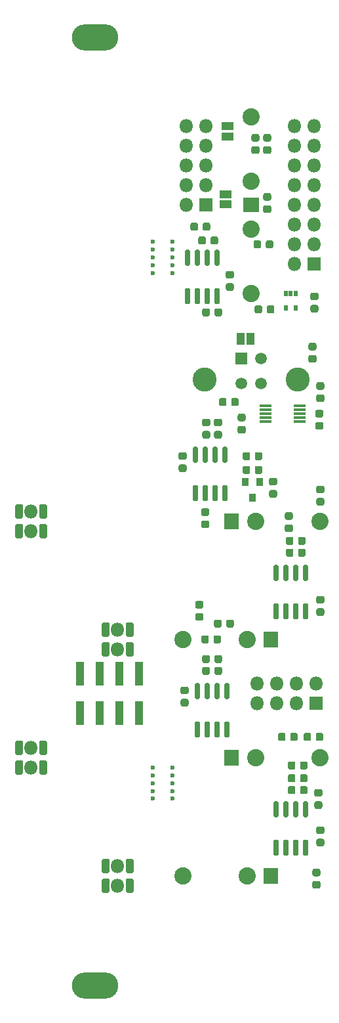
<source format=gbr>
%TF.GenerationSoftware,KiCad,Pcbnew,(5.1.6)-1*%
%TF.CreationDate,2021-03-13T16:13:42+00:00*%
%TF.ProjectId,expander,65787061-6e64-4657-922e-6b696361645f,rev?*%
%TF.SameCoordinates,Original*%
%TF.FileFunction,Soldermask,Top*%
%TF.FilePolarity,Negative*%
%FSLAX46Y46*%
G04 Gerber Fmt 4.6, Leading zero omitted, Abs format (unit mm)*
G04 Created by KiCad (PCBNEW (5.1.6)-1) date 2021-03-13 16:13:42*
%MOMM*%
%LPD*%
G01*
G04 APERTURE LIST*
%ADD10O,1.801800X1.801800*%
%ADD11C,0.600000*%
%ADD12C,1.500000*%
%ADD13C,3.100000*%
%ADD14R,1.500000X1.500000*%
%ADD15O,6.000000X3.400000*%
%ADD16R,0.500000X0.750000*%
%ADD17R,1.100000X3.100000*%
%ADD18O,1.800000X1.800000*%
%ADD19R,1.800000X1.800000*%
%ADD20C,2.230000*%
%ADD21R,2.030000X1.930000*%
%ADD22R,1.930000X2.030000*%
%ADD23R,1.100000X1.600000*%
%ADD24R,1.500000X0.400000*%
%ADD25R,0.900000X1.000000*%
%ADD26R,1.600000X1.100000*%
G04 APERTURE END LIST*
D10*
%TO.C,D8*%
X41148000Y-137795000D03*
G36*
G01*
X42173000Y-138510000D02*
X42173000Y-137080000D01*
G75*
G02*
X42383000Y-136870000I210000J0D01*
G01*
X43013000Y-136870000D01*
G75*
G02*
X43223000Y-137080000I0J-210000D01*
G01*
X43223000Y-138510000D01*
G75*
G02*
X43013000Y-138720000I-210000J0D01*
G01*
X42383000Y-138720000D01*
G75*
G02*
X42173000Y-138510000I0J210000D01*
G01*
G37*
G36*
G01*
X39073000Y-138510000D02*
X39073000Y-137080000D01*
G75*
G02*
X39283000Y-136870000I210000J0D01*
G01*
X39913000Y-136870000D01*
G75*
G02*
X40123000Y-137080000I0J-210000D01*
G01*
X40123000Y-138510000D01*
G75*
G02*
X39913000Y-138720000I-210000J0D01*
G01*
X39283000Y-138720000D01*
G75*
G02*
X39073000Y-138510000I0J210000D01*
G01*
G37*
%TD*%
%TO.C,D7*%
X41148000Y-135255000D03*
G36*
G01*
X40123000Y-134540000D02*
X40123000Y-135970000D01*
G75*
G02*
X39913000Y-136180000I-210000J0D01*
G01*
X39283000Y-136180000D01*
G75*
G02*
X39073000Y-135970000I0J210000D01*
G01*
X39073000Y-134540000D01*
G75*
G02*
X39283000Y-134330000I210000J0D01*
G01*
X39913000Y-134330000D01*
G75*
G02*
X40123000Y-134540000I0J-210000D01*
G01*
G37*
G36*
G01*
X43223000Y-134540000D02*
X43223000Y-135970000D01*
G75*
G02*
X43013000Y-136180000I-210000J0D01*
G01*
X42383000Y-136180000D01*
G75*
G02*
X42173000Y-135970000I0J210000D01*
G01*
X42173000Y-134540000D01*
G75*
G02*
X42383000Y-134330000I210000J0D01*
G01*
X43013000Y-134330000D01*
G75*
G02*
X43223000Y-134540000I0J-210000D01*
G01*
G37*
%TD*%
%TO.C,D6*%
X29972000Y-122555000D03*
G36*
G01*
X30997000Y-123270000D02*
X30997000Y-121840000D01*
G75*
G02*
X31207000Y-121630000I210000J0D01*
G01*
X31837000Y-121630000D01*
G75*
G02*
X32047000Y-121840000I0J-210000D01*
G01*
X32047000Y-123270000D01*
G75*
G02*
X31837000Y-123480000I-210000J0D01*
G01*
X31207000Y-123480000D01*
G75*
G02*
X30997000Y-123270000I0J210000D01*
G01*
G37*
G36*
G01*
X27897000Y-123270000D02*
X27897000Y-121840000D01*
G75*
G02*
X28107000Y-121630000I210000J0D01*
G01*
X28737000Y-121630000D01*
G75*
G02*
X28947000Y-121840000I0J-210000D01*
G01*
X28947000Y-123270000D01*
G75*
G02*
X28737000Y-123480000I-210000J0D01*
G01*
X28107000Y-123480000D01*
G75*
G02*
X27897000Y-123270000I0J210000D01*
G01*
G37*
%TD*%
%TO.C,D5*%
X29972000Y-120015000D03*
G36*
G01*
X28947000Y-119300000D02*
X28947000Y-120730000D01*
G75*
G02*
X28737000Y-120940000I-210000J0D01*
G01*
X28107000Y-120940000D01*
G75*
G02*
X27897000Y-120730000I0J210000D01*
G01*
X27897000Y-119300000D01*
G75*
G02*
X28107000Y-119090000I210000J0D01*
G01*
X28737000Y-119090000D01*
G75*
G02*
X28947000Y-119300000I0J-210000D01*
G01*
G37*
G36*
G01*
X32047000Y-119300000D02*
X32047000Y-120730000D01*
G75*
G02*
X31837000Y-120940000I-210000J0D01*
G01*
X31207000Y-120940000D01*
G75*
G02*
X30997000Y-120730000I0J210000D01*
G01*
X30997000Y-119300000D01*
G75*
G02*
X31207000Y-119090000I210000J0D01*
G01*
X31837000Y-119090000D01*
G75*
G02*
X32047000Y-119300000I0J-210000D01*
G01*
G37*
%TD*%
%TO.C,D4*%
X41148000Y-107315000D03*
G36*
G01*
X42173000Y-108030000D02*
X42173000Y-106600000D01*
G75*
G02*
X42383000Y-106390000I210000J0D01*
G01*
X43013000Y-106390000D01*
G75*
G02*
X43223000Y-106600000I0J-210000D01*
G01*
X43223000Y-108030000D01*
G75*
G02*
X43013000Y-108240000I-210000J0D01*
G01*
X42383000Y-108240000D01*
G75*
G02*
X42173000Y-108030000I0J210000D01*
G01*
G37*
G36*
G01*
X39073000Y-108030000D02*
X39073000Y-106600000D01*
G75*
G02*
X39283000Y-106390000I210000J0D01*
G01*
X39913000Y-106390000D01*
G75*
G02*
X40123000Y-106600000I0J-210000D01*
G01*
X40123000Y-108030000D01*
G75*
G02*
X39913000Y-108240000I-210000J0D01*
G01*
X39283000Y-108240000D01*
G75*
G02*
X39073000Y-108030000I0J210000D01*
G01*
G37*
%TD*%
%TO.C,D3*%
X41148000Y-104775000D03*
G36*
G01*
X40123000Y-104060000D02*
X40123000Y-105490000D01*
G75*
G02*
X39913000Y-105700000I-210000J0D01*
G01*
X39283000Y-105700000D01*
G75*
G02*
X39073000Y-105490000I0J210000D01*
G01*
X39073000Y-104060000D01*
G75*
G02*
X39283000Y-103850000I210000J0D01*
G01*
X39913000Y-103850000D01*
G75*
G02*
X40123000Y-104060000I0J-210000D01*
G01*
G37*
G36*
G01*
X43223000Y-104060000D02*
X43223000Y-105490000D01*
G75*
G02*
X43013000Y-105700000I-210000J0D01*
G01*
X42383000Y-105700000D01*
G75*
G02*
X42173000Y-105490000I0J210000D01*
G01*
X42173000Y-104060000D01*
G75*
G02*
X42383000Y-103850000I210000J0D01*
G01*
X43013000Y-103850000D01*
G75*
G02*
X43223000Y-104060000I0J-210000D01*
G01*
G37*
%TD*%
%TO.C,D2*%
X29972000Y-92075000D03*
G36*
G01*
X30997000Y-92790000D02*
X30997000Y-91360000D01*
G75*
G02*
X31207000Y-91150000I210000J0D01*
G01*
X31837000Y-91150000D01*
G75*
G02*
X32047000Y-91360000I0J-210000D01*
G01*
X32047000Y-92790000D01*
G75*
G02*
X31837000Y-93000000I-210000J0D01*
G01*
X31207000Y-93000000D01*
G75*
G02*
X30997000Y-92790000I0J210000D01*
G01*
G37*
G36*
G01*
X27897000Y-92790000D02*
X27897000Y-91360000D01*
G75*
G02*
X28107000Y-91150000I210000J0D01*
G01*
X28737000Y-91150000D01*
G75*
G02*
X28947000Y-91360000I0J-210000D01*
G01*
X28947000Y-92790000D01*
G75*
G02*
X28737000Y-93000000I-210000J0D01*
G01*
X28107000Y-93000000D01*
G75*
G02*
X27897000Y-92790000I0J210000D01*
G01*
G37*
%TD*%
%TO.C,D1*%
X29972000Y-89535000D03*
G36*
G01*
X28947000Y-88820000D02*
X28947000Y-90250000D01*
G75*
G02*
X28737000Y-90460000I-210000J0D01*
G01*
X28107000Y-90460000D01*
G75*
G02*
X27897000Y-90250000I0J210000D01*
G01*
X27897000Y-88820000D01*
G75*
G02*
X28107000Y-88610000I210000J0D01*
G01*
X28737000Y-88610000D01*
G75*
G02*
X28947000Y-88820000I0J-210000D01*
G01*
G37*
G36*
G01*
X32047000Y-88820000D02*
X32047000Y-90250000D01*
G75*
G02*
X31837000Y-90460000I-210000J0D01*
G01*
X31207000Y-90460000D01*
G75*
G02*
X30997000Y-90250000I0J210000D01*
G01*
X30997000Y-88820000D01*
G75*
G02*
X31207000Y-88610000I210000J0D01*
G01*
X31837000Y-88610000D01*
G75*
G02*
X32047000Y-88820000I0J-210000D01*
G01*
G37*
%TD*%
D11*
%TO.C,REF\u002A\u002A*%
X45720000Y-124587000D03*
X45720000Y-123587000D03*
X45720000Y-122587000D03*
X45720000Y-125587000D03*
X45720000Y-126587000D03*
%TD*%
%TO.C,REF\u002A\u002A*%
X48260000Y-126587000D03*
X48260000Y-125587000D03*
X48260000Y-122587000D03*
X48260000Y-123587000D03*
X48260000Y-124587000D03*
%TD*%
%TO.C,REF\u002A\u002A*%
X48260000Y-56785000D03*
X48260000Y-55785000D03*
X48260000Y-54785000D03*
X48260000Y-57785000D03*
X48260000Y-58785000D03*
%TD*%
%TO.C,REF\u002A\u002A*%
X45720000Y-58785000D03*
X45720000Y-57785000D03*
X45720000Y-54785000D03*
X45720000Y-55785000D03*
X45720000Y-56785000D03*
%TD*%
D12*
%TO.C,J9*%
X59650000Y-69850000D03*
D13*
X64420000Y-72560000D03*
D14*
X57150000Y-69850000D03*
D12*
X59650000Y-73050000D03*
X57150000Y-73050000D03*
D13*
X52380000Y-72560000D03*
%TD*%
D15*
%TO.C,REF\u002A\u002A*%
X38270000Y-28400000D03*
%TD*%
%TO.C,REF\u002A\u002A*%
X38270000Y-150670000D03*
%TD*%
D16*
%TO.C,U2*%
X64150000Y-63307000D03*
X62850000Y-63307000D03*
X63500000Y-61407000D03*
X62850000Y-61407000D03*
X64150000Y-61407000D03*
%TD*%
D17*
%TO.C,J11*%
X36322000Y-110510000D03*
X36322000Y-115550000D03*
X38862000Y-110510000D03*
X38862000Y-115550000D03*
X41402000Y-110510000D03*
X41402000Y-115550000D03*
X43942000Y-110510000D03*
X43942000Y-115550000D03*
%TD*%
D18*
%TO.C,J10*%
X59182000Y-111760000D03*
X59182000Y-114300000D03*
X61722000Y-111760000D03*
X61722000Y-114300000D03*
X64262000Y-111760000D03*
X64262000Y-114300000D03*
X66802000Y-111760000D03*
D19*
X66802000Y-114300000D03*
%TD*%
D20*
%TO.C,J3*%
X58420000Y-38638000D03*
D21*
X58420000Y-50038000D03*
D20*
X58420000Y-46938000D03*
%TD*%
%TO.C,J2*%
X58420000Y-61438000D03*
D21*
X58420000Y-50038000D03*
D20*
X58420000Y-53138000D03*
%TD*%
%TO.C,J8*%
X67280000Y-90805000D03*
D22*
X55880000Y-90805000D03*
D20*
X58980000Y-90805000D03*
%TD*%
%TO.C,J7*%
X49560000Y-136525000D03*
D22*
X60960000Y-136525000D03*
D20*
X57860000Y-136525000D03*
%TD*%
%TO.C,J6*%
X67280000Y-121285000D03*
D22*
X55880000Y-121285000D03*
D20*
X58980000Y-121285000D03*
%TD*%
%TO.C,J5*%
X49560000Y-106045000D03*
D22*
X60960000Y-106045000D03*
D20*
X57860000Y-106045000D03*
%TD*%
%TO.C,R29*%
G36*
G01*
X59796500Y-63218750D02*
X59796500Y-63781250D01*
G75*
G02*
X59552750Y-64025000I-243750J0D01*
G01*
X59065250Y-64025000D01*
G75*
G02*
X58821500Y-63781250I0J243750D01*
G01*
X58821500Y-63218750D01*
G75*
G02*
X59065250Y-62975000I243750J0D01*
G01*
X59552750Y-62975000D01*
G75*
G02*
X59796500Y-63218750I0J-243750D01*
G01*
G37*
G36*
G01*
X61371500Y-63218750D02*
X61371500Y-63781250D01*
G75*
G02*
X61127750Y-64025000I-243750J0D01*
G01*
X60640250Y-64025000D01*
G75*
G02*
X60396500Y-63781250I0J243750D01*
G01*
X60396500Y-63218750D01*
G75*
G02*
X60640250Y-62975000I243750J0D01*
G01*
X61127750Y-62975000D01*
G75*
G02*
X61371500Y-63218750I0J-243750D01*
G01*
G37*
%TD*%
D23*
%TO.C,JP3*%
X57008000Y-67310000D03*
X58308000Y-67310000D03*
%TD*%
%TO.C,U8*%
G36*
G01*
X54816000Y-86159000D02*
X55166000Y-86159000D01*
G75*
G02*
X55341000Y-86334000I0J-175000D01*
G01*
X55341000Y-88034000D01*
G75*
G02*
X55166000Y-88209000I-175000J0D01*
G01*
X54816000Y-88209000D01*
G75*
G02*
X54641000Y-88034000I0J175000D01*
G01*
X54641000Y-86334000D01*
G75*
G02*
X54816000Y-86159000I175000J0D01*
G01*
G37*
G36*
G01*
X53546000Y-86159000D02*
X53896000Y-86159000D01*
G75*
G02*
X54071000Y-86334000I0J-175000D01*
G01*
X54071000Y-88034000D01*
G75*
G02*
X53896000Y-88209000I-175000J0D01*
G01*
X53546000Y-88209000D01*
G75*
G02*
X53371000Y-88034000I0J175000D01*
G01*
X53371000Y-86334000D01*
G75*
G02*
X53546000Y-86159000I175000J0D01*
G01*
G37*
G36*
G01*
X52276000Y-86159000D02*
X52626000Y-86159000D01*
G75*
G02*
X52801000Y-86334000I0J-175000D01*
G01*
X52801000Y-88034000D01*
G75*
G02*
X52626000Y-88209000I-175000J0D01*
G01*
X52276000Y-88209000D01*
G75*
G02*
X52101000Y-88034000I0J175000D01*
G01*
X52101000Y-86334000D01*
G75*
G02*
X52276000Y-86159000I175000J0D01*
G01*
G37*
G36*
G01*
X51006000Y-86159000D02*
X51356000Y-86159000D01*
G75*
G02*
X51531000Y-86334000I0J-175000D01*
G01*
X51531000Y-88034000D01*
G75*
G02*
X51356000Y-88209000I-175000J0D01*
G01*
X51006000Y-88209000D01*
G75*
G02*
X50831000Y-88034000I0J175000D01*
G01*
X50831000Y-86334000D01*
G75*
G02*
X51006000Y-86159000I175000J0D01*
G01*
G37*
G36*
G01*
X51006000Y-81209000D02*
X51356000Y-81209000D01*
G75*
G02*
X51531000Y-81384000I0J-175000D01*
G01*
X51531000Y-83084000D01*
G75*
G02*
X51356000Y-83259000I-175000J0D01*
G01*
X51006000Y-83259000D01*
G75*
G02*
X50831000Y-83084000I0J175000D01*
G01*
X50831000Y-81384000D01*
G75*
G02*
X51006000Y-81209000I175000J0D01*
G01*
G37*
G36*
G01*
X52276000Y-81209000D02*
X52626000Y-81209000D01*
G75*
G02*
X52801000Y-81384000I0J-175000D01*
G01*
X52801000Y-83084000D01*
G75*
G02*
X52626000Y-83259000I-175000J0D01*
G01*
X52276000Y-83259000D01*
G75*
G02*
X52101000Y-83084000I0J175000D01*
G01*
X52101000Y-81384000D01*
G75*
G02*
X52276000Y-81209000I175000J0D01*
G01*
G37*
G36*
G01*
X53546000Y-81209000D02*
X53896000Y-81209000D01*
G75*
G02*
X54071000Y-81384000I0J-175000D01*
G01*
X54071000Y-83084000D01*
G75*
G02*
X53896000Y-83259000I-175000J0D01*
G01*
X53546000Y-83259000D01*
G75*
G02*
X53371000Y-83084000I0J175000D01*
G01*
X53371000Y-81384000D01*
G75*
G02*
X53546000Y-81209000I175000J0D01*
G01*
G37*
G36*
G01*
X54816000Y-81209000D02*
X55166000Y-81209000D01*
G75*
G02*
X55341000Y-81384000I0J-175000D01*
G01*
X55341000Y-83084000D01*
G75*
G02*
X55166000Y-83259000I-175000J0D01*
G01*
X54816000Y-83259000D01*
G75*
G02*
X54641000Y-83084000I0J175000D01*
G01*
X54641000Y-81384000D01*
G75*
G02*
X54816000Y-81209000I175000J0D01*
G01*
G37*
%TD*%
%TO.C,U7*%
G36*
G01*
X65230000Y-131879000D02*
X65580000Y-131879000D01*
G75*
G02*
X65755000Y-132054000I0J-175000D01*
G01*
X65755000Y-133754000D01*
G75*
G02*
X65580000Y-133929000I-175000J0D01*
G01*
X65230000Y-133929000D01*
G75*
G02*
X65055000Y-133754000I0J175000D01*
G01*
X65055000Y-132054000D01*
G75*
G02*
X65230000Y-131879000I175000J0D01*
G01*
G37*
G36*
G01*
X63960000Y-131879000D02*
X64310000Y-131879000D01*
G75*
G02*
X64485000Y-132054000I0J-175000D01*
G01*
X64485000Y-133754000D01*
G75*
G02*
X64310000Y-133929000I-175000J0D01*
G01*
X63960000Y-133929000D01*
G75*
G02*
X63785000Y-133754000I0J175000D01*
G01*
X63785000Y-132054000D01*
G75*
G02*
X63960000Y-131879000I175000J0D01*
G01*
G37*
G36*
G01*
X62690000Y-131879000D02*
X63040000Y-131879000D01*
G75*
G02*
X63215000Y-132054000I0J-175000D01*
G01*
X63215000Y-133754000D01*
G75*
G02*
X63040000Y-133929000I-175000J0D01*
G01*
X62690000Y-133929000D01*
G75*
G02*
X62515000Y-133754000I0J175000D01*
G01*
X62515000Y-132054000D01*
G75*
G02*
X62690000Y-131879000I175000J0D01*
G01*
G37*
G36*
G01*
X61420000Y-131879000D02*
X61770000Y-131879000D01*
G75*
G02*
X61945000Y-132054000I0J-175000D01*
G01*
X61945000Y-133754000D01*
G75*
G02*
X61770000Y-133929000I-175000J0D01*
G01*
X61420000Y-133929000D01*
G75*
G02*
X61245000Y-133754000I0J175000D01*
G01*
X61245000Y-132054000D01*
G75*
G02*
X61420000Y-131879000I175000J0D01*
G01*
G37*
G36*
G01*
X61420000Y-126929000D02*
X61770000Y-126929000D01*
G75*
G02*
X61945000Y-127104000I0J-175000D01*
G01*
X61945000Y-128804000D01*
G75*
G02*
X61770000Y-128979000I-175000J0D01*
G01*
X61420000Y-128979000D01*
G75*
G02*
X61245000Y-128804000I0J175000D01*
G01*
X61245000Y-127104000D01*
G75*
G02*
X61420000Y-126929000I175000J0D01*
G01*
G37*
G36*
G01*
X62690000Y-126929000D02*
X63040000Y-126929000D01*
G75*
G02*
X63215000Y-127104000I0J-175000D01*
G01*
X63215000Y-128804000D01*
G75*
G02*
X63040000Y-128979000I-175000J0D01*
G01*
X62690000Y-128979000D01*
G75*
G02*
X62515000Y-128804000I0J175000D01*
G01*
X62515000Y-127104000D01*
G75*
G02*
X62690000Y-126929000I175000J0D01*
G01*
G37*
G36*
G01*
X63960000Y-126929000D02*
X64310000Y-126929000D01*
G75*
G02*
X64485000Y-127104000I0J-175000D01*
G01*
X64485000Y-128804000D01*
G75*
G02*
X64310000Y-128979000I-175000J0D01*
G01*
X63960000Y-128979000D01*
G75*
G02*
X63785000Y-128804000I0J175000D01*
G01*
X63785000Y-127104000D01*
G75*
G02*
X63960000Y-126929000I175000J0D01*
G01*
G37*
G36*
G01*
X65230000Y-126929000D02*
X65580000Y-126929000D01*
G75*
G02*
X65755000Y-127104000I0J-175000D01*
G01*
X65755000Y-128804000D01*
G75*
G02*
X65580000Y-128979000I-175000J0D01*
G01*
X65230000Y-128979000D01*
G75*
G02*
X65055000Y-128804000I0J175000D01*
G01*
X65055000Y-127104000D01*
G75*
G02*
X65230000Y-126929000I175000J0D01*
G01*
G37*
%TD*%
%TO.C,U6*%
G36*
G01*
X55070000Y-116639000D02*
X55420000Y-116639000D01*
G75*
G02*
X55595000Y-116814000I0J-175000D01*
G01*
X55595000Y-118514000D01*
G75*
G02*
X55420000Y-118689000I-175000J0D01*
G01*
X55070000Y-118689000D01*
G75*
G02*
X54895000Y-118514000I0J175000D01*
G01*
X54895000Y-116814000D01*
G75*
G02*
X55070000Y-116639000I175000J0D01*
G01*
G37*
G36*
G01*
X53800000Y-116639000D02*
X54150000Y-116639000D01*
G75*
G02*
X54325000Y-116814000I0J-175000D01*
G01*
X54325000Y-118514000D01*
G75*
G02*
X54150000Y-118689000I-175000J0D01*
G01*
X53800000Y-118689000D01*
G75*
G02*
X53625000Y-118514000I0J175000D01*
G01*
X53625000Y-116814000D01*
G75*
G02*
X53800000Y-116639000I175000J0D01*
G01*
G37*
G36*
G01*
X52530000Y-116639000D02*
X52880000Y-116639000D01*
G75*
G02*
X53055000Y-116814000I0J-175000D01*
G01*
X53055000Y-118514000D01*
G75*
G02*
X52880000Y-118689000I-175000J0D01*
G01*
X52530000Y-118689000D01*
G75*
G02*
X52355000Y-118514000I0J175000D01*
G01*
X52355000Y-116814000D01*
G75*
G02*
X52530000Y-116639000I175000J0D01*
G01*
G37*
G36*
G01*
X51260000Y-116639000D02*
X51610000Y-116639000D01*
G75*
G02*
X51785000Y-116814000I0J-175000D01*
G01*
X51785000Y-118514000D01*
G75*
G02*
X51610000Y-118689000I-175000J0D01*
G01*
X51260000Y-118689000D01*
G75*
G02*
X51085000Y-118514000I0J175000D01*
G01*
X51085000Y-116814000D01*
G75*
G02*
X51260000Y-116639000I175000J0D01*
G01*
G37*
G36*
G01*
X51260000Y-111689000D02*
X51610000Y-111689000D01*
G75*
G02*
X51785000Y-111864000I0J-175000D01*
G01*
X51785000Y-113564000D01*
G75*
G02*
X51610000Y-113739000I-175000J0D01*
G01*
X51260000Y-113739000D01*
G75*
G02*
X51085000Y-113564000I0J175000D01*
G01*
X51085000Y-111864000D01*
G75*
G02*
X51260000Y-111689000I175000J0D01*
G01*
G37*
G36*
G01*
X52530000Y-111689000D02*
X52880000Y-111689000D01*
G75*
G02*
X53055000Y-111864000I0J-175000D01*
G01*
X53055000Y-113564000D01*
G75*
G02*
X52880000Y-113739000I-175000J0D01*
G01*
X52530000Y-113739000D01*
G75*
G02*
X52355000Y-113564000I0J175000D01*
G01*
X52355000Y-111864000D01*
G75*
G02*
X52530000Y-111689000I175000J0D01*
G01*
G37*
G36*
G01*
X53800000Y-111689000D02*
X54150000Y-111689000D01*
G75*
G02*
X54325000Y-111864000I0J-175000D01*
G01*
X54325000Y-113564000D01*
G75*
G02*
X54150000Y-113739000I-175000J0D01*
G01*
X53800000Y-113739000D01*
G75*
G02*
X53625000Y-113564000I0J175000D01*
G01*
X53625000Y-111864000D01*
G75*
G02*
X53800000Y-111689000I175000J0D01*
G01*
G37*
G36*
G01*
X55070000Y-111689000D02*
X55420000Y-111689000D01*
G75*
G02*
X55595000Y-111864000I0J-175000D01*
G01*
X55595000Y-113564000D01*
G75*
G02*
X55420000Y-113739000I-175000J0D01*
G01*
X55070000Y-113739000D01*
G75*
G02*
X54895000Y-113564000I0J175000D01*
G01*
X54895000Y-111864000D01*
G75*
G02*
X55070000Y-111689000I175000J0D01*
G01*
G37*
%TD*%
%TO.C,U5*%
G36*
G01*
X65230000Y-101399000D02*
X65580000Y-101399000D01*
G75*
G02*
X65755000Y-101574000I0J-175000D01*
G01*
X65755000Y-103274000D01*
G75*
G02*
X65580000Y-103449000I-175000J0D01*
G01*
X65230000Y-103449000D01*
G75*
G02*
X65055000Y-103274000I0J175000D01*
G01*
X65055000Y-101574000D01*
G75*
G02*
X65230000Y-101399000I175000J0D01*
G01*
G37*
G36*
G01*
X63960000Y-101399000D02*
X64310000Y-101399000D01*
G75*
G02*
X64485000Y-101574000I0J-175000D01*
G01*
X64485000Y-103274000D01*
G75*
G02*
X64310000Y-103449000I-175000J0D01*
G01*
X63960000Y-103449000D01*
G75*
G02*
X63785000Y-103274000I0J175000D01*
G01*
X63785000Y-101574000D01*
G75*
G02*
X63960000Y-101399000I175000J0D01*
G01*
G37*
G36*
G01*
X62690000Y-101399000D02*
X63040000Y-101399000D01*
G75*
G02*
X63215000Y-101574000I0J-175000D01*
G01*
X63215000Y-103274000D01*
G75*
G02*
X63040000Y-103449000I-175000J0D01*
G01*
X62690000Y-103449000D01*
G75*
G02*
X62515000Y-103274000I0J175000D01*
G01*
X62515000Y-101574000D01*
G75*
G02*
X62690000Y-101399000I175000J0D01*
G01*
G37*
G36*
G01*
X61420000Y-101399000D02*
X61770000Y-101399000D01*
G75*
G02*
X61945000Y-101574000I0J-175000D01*
G01*
X61945000Y-103274000D01*
G75*
G02*
X61770000Y-103449000I-175000J0D01*
G01*
X61420000Y-103449000D01*
G75*
G02*
X61245000Y-103274000I0J175000D01*
G01*
X61245000Y-101574000D01*
G75*
G02*
X61420000Y-101399000I175000J0D01*
G01*
G37*
G36*
G01*
X61420000Y-96449000D02*
X61770000Y-96449000D01*
G75*
G02*
X61945000Y-96624000I0J-175000D01*
G01*
X61945000Y-98324000D01*
G75*
G02*
X61770000Y-98499000I-175000J0D01*
G01*
X61420000Y-98499000D01*
G75*
G02*
X61245000Y-98324000I0J175000D01*
G01*
X61245000Y-96624000D01*
G75*
G02*
X61420000Y-96449000I175000J0D01*
G01*
G37*
G36*
G01*
X62690000Y-96449000D02*
X63040000Y-96449000D01*
G75*
G02*
X63215000Y-96624000I0J-175000D01*
G01*
X63215000Y-98324000D01*
G75*
G02*
X63040000Y-98499000I-175000J0D01*
G01*
X62690000Y-98499000D01*
G75*
G02*
X62515000Y-98324000I0J175000D01*
G01*
X62515000Y-96624000D01*
G75*
G02*
X62690000Y-96449000I175000J0D01*
G01*
G37*
G36*
G01*
X63960000Y-96449000D02*
X64310000Y-96449000D01*
G75*
G02*
X64485000Y-96624000I0J-175000D01*
G01*
X64485000Y-98324000D01*
G75*
G02*
X64310000Y-98499000I-175000J0D01*
G01*
X63960000Y-98499000D01*
G75*
G02*
X63785000Y-98324000I0J175000D01*
G01*
X63785000Y-96624000D01*
G75*
G02*
X63960000Y-96449000I175000J0D01*
G01*
G37*
G36*
G01*
X65230000Y-96449000D02*
X65580000Y-96449000D01*
G75*
G02*
X65755000Y-96624000I0J-175000D01*
G01*
X65755000Y-98324000D01*
G75*
G02*
X65580000Y-98499000I-175000J0D01*
G01*
X65230000Y-98499000D01*
G75*
G02*
X65055000Y-98324000I0J175000D01*
G01*
X65055000Y-96624000D01*
G75*
G02*
X65230000Y-96449000I175000J0D01*
G01*
G37*
%TD*%
D24*
%TO.C,U4*%
X64684000Y-75962000D03*
X64684000Y-76462000D03*
X64684000Y-76962000D03*
X64684000Y-77462000D03*
X64684000Y-77962000D03*
X60284000Y-77962000D03*
X60284000Y-77462000D03*
X60284000Y-76962000D03*
X60284000Y-76462000D03*
X60284000Y-75962000D03*
%TD*%
%TO.C,U3*%
G36*
G01*
X53800000Y-60759000D02*
X54150000Y-60759000D01*
G75*
G02*
X54325000Y-60934000I0J-175000D01*
G01*
X54325000Y-62634000D01*
G75*
G02*
X54150000Y-62809000I-175000J0D01*
G01*
X53800000Y-62809000D01*
G75*
G02*
X53625000Y-62634000I0J175000D01*
G01*
X53625000Y-60934000D01*
G75*
G02*
X53800000Y-60759000I175000J0D01*
G01*
G37*
G36*
G01*
X52530000Y-60759000D02*
X52880000Y-60759000D01*
G75*
G02*
X53055000Y-60934000I0J-175000D01*
G01*
X53055000Y-62634000D01*
G75*
G02*
X52880000Y-62809000I-175000J0D01*
G01*
X52530000Y-62809000D01*
G75*
G02*
X52355000Y-62634000I0J175000D01*
G01*
X52355000Y-60934000D01*
G75*
G02*
X52530000Y-60759000I175000J0D01*
G01*
G37*
G36*
G01*
X51260000Y-60759000D02*
X51610000Y-60759000D01*
G75*
G02*
X51785000Y-60934000I0J-175000D01*
G01*
X51785000Y-62634000D01*
G75*
G02*
X51610000Y-62809000I-175000J0D01*
G01*
X51260000Y-62809000D01*
G75*
G02*
X51085000Y-62634000I0J175000D01*
G01*
X51085000Y-60934000D01*
G75*
G02*
X51260000Y-60759000I175000J0D01*
G01*
G37*
G36*
G01*
X49990000Y-60759000D02*
X50340000Y-60759000D01*
G75*
G02*
X50515000Y-60934000I0J-175000D01*
G01*
X50515000Y-62634000D01*
G75*
G02*
X50340000Y-62809000I-175000J0D01*
G01*
X49990000Y-62809000D01*
G75*
G02*
X49815000Y-62634000I0J175000D01*
G01*
X49815000Y-60934000D01*
G75*
G02*
X49990000Y-60759000I175000J0D01*
G01*
G37*
G36*
G01*
X49990000Y-55809000D02*
X50340000Y-55809000D01*
G75*
G02*
X50515000Y-55984000I0J-175000D01*
G01*
X50515000Y-57684000D01*
G75*
G02*
X50340000Y-57859000I-175000J0D01*
G01*
X49990000Y-57859000D01*
G75*
G02*
X49815000Y-57684000I0J175000D01*
G01*
X49815000Y-55984000D01*
G75*
G02*
X49990000Y-55809000I175000J0D01*
G01*
G37*
G36*
G01*
X51260000Y-55809000D02*
X51610000Y-55809000D01*
G75*
G02*
X51785000Y-55984000I0J-175000D01*
G01*
X51785000Y-57684000D01*
G75*
G02*
X51610000Y-57859000I-175000J0D01*
G01*
X51260000Y-57859000D01*
G75*
G02*
X51085000Y-57684000I0J175000D01*
G01*
X51085000Y-55984000D01*
G75*
G02*
X51260000Y-55809000I175000J0D01*
G01*
G37*
G36*
G01*
X52530000Y-55809000D02*
X52880000Y-55809000D01*
G75*
G02*
X53055000Y-55984000I0J-175000D01*
G01*
X53055000Y-57684000D01*
G75*
G02*
X52880000Y-57859000I-175000J0D01*
G01*
X52530000Y-57859000D01*
G75*
G02*
X52355000Y-57684000I0J175000D01*
G01*
X52355000Y-55984000D01*
G75*
G02*
X52530000Y-55809000I175000J0D01*
G01*
G37*
G36*
G01*
X53800000Y-55809000D02*
X54150000Y-55809000D01*
G75*
G02*
X54325000Y-55984000I0J-175000D01*
G01*
X54325000Y-57684000D01*
G75*
G02*
X54150000Y-57859000I-175000J0D01*
G01*
X53800000Y-57859000D01*
G75*
G02*
X53625000Y-57684000I0J175000D01*
G01*
X53625000Y-55984000D01*
G75*
G02*
X53800000Y-55809000I175000J0D01*
G01*
G37*
%TD*%
D25*
%TO.C,U1*%
X58547000Y-87741000D03*
X57597000Y-85741000D03*
X59497000Y-85741000D03*
%TD*%
%TO.C,R28*%
G36*
G01*
X52169750Y-90724000D02*
X52732250Y-90724000D01*
G75*
G02*
X52976000Y-90967750I0J-243750D01*
G01*
X52976000Y-91455250D01*
G75*
G02*
X52732250Y-91699000I-243750J0D01*
G01*
X52169750Y-91699000D01*
G75*
G02*
X51926000Y-91455250I0J243750D01*
G01*
X51926000Y-90967750D01*
G75*
G02*
X52169750Y-90724000I243750J0D01*
G01*
G37*
G36*
G01*
X52169750Y-89149000D02*
X52732250Y-89149000D01*
G75*
G02*
X52976000Y-89392750I0J-243750D01*
G01*
X52976000Y-89880250D01*
G75*
G02*
X52732250Y-90124000I-243750J0D01*
G01*
X52169750Y-90124000D01*
G75*
G02*
X51926000Y-89880250I0J243750D01*
G01*
X51926000Y-89392750D01*
G75*
G02*
X52169750Y-89149000I243750J0D01*
G01*
G37*
%TD*%
%TO.C,R27*%
G36*
G01*
X67337250Y-127894000D02*
X66774750Y-127894000D01*
G75*
G02*
X66531000Y-127650250I0J243750D01*
G01*
X66531000Y-127162750D01*
G75*
G02*
X66774750Y-126919000I243750J0D01*
G01*
X67337250Y-126919000D01*
G75*
G02*
X67581000Y-127162750I0J-243750D01*
G01*
X67581000Y-127650250D01*
G75*
G02*
X67337250Y-127894000I-243750J0D01*
G01*
G37*
G36*
G01*
X67337250Y-126319000D02*
X66774750Y-126319000D01*
G75*
G02*
X66531000Y-126075250I0J243750D01*
G01*
X66531000Y-125587750D01*
G75*
G02*
X66774750Y-125344000I243750J0D01*
G01*
X67337250Y-125344000D01*
G75*
G02*
X67581000Y-125587750I0J-243750D01*
G01*
X67581000Y-126075250D01*
G75*
G02*
X67337250Y-126319000I-243750J0D01*
G01*
G37*
%TD*%
%TO.C,R26*%
G36*
G01*
X63419000Y-118899250D02*
X63419000Y-118336750D01*
G75*
G02*
X63662750Y-118093000I243750J0D01*
G01*
X64150250Y-118093000D01*
G75*
G02*
X64394000Y-118336750I0J-243750D01*
G01*
X64394000Y-118899250D01*
G75*
G02*
X64150250Y-119143000I-243750J0D01*
G01*
X63662750Y-119143000D01*
G75*
G02*
X63419000Y-118899250I0J243750D01*
G01*
G37*
G36*
G01*
X61844000Y-118899250D02*
X61844000Y-118336750D01*
G75*
G02*
X62087750Y-118093000I243750J0D01*
G01*
X62575250Y-118093000D01*
G75*
G02*
X62819000Y-118336750I0J-243750D01*
G01*
X62819000Y-118899250D01*
G75*
G02*
X62575250Y-119143000I-243750J0D01*
G01*
X62087750Y-119143000D01*
G75*
G02*
X61844000Y-118899250I0J243750D01*
G01*
G37*
%TD*%
%TO.C,R25*%
G36*
G01*
X54564000Y-103731750D02*
X54564000Y-104294250D01*
G75*
G02*
X54320250Y-104538000I-243750J0D01*
G01*
X53832750Y-104538000D01*
G75*
G02*
X53589000Y-104294250I0J243750D01*
G01*
X53589000Y-103731750D01*
G75*
G02*
X53832750Y-103488000I243750J0D01*
G01*
X54320250Y-103488000D01*
G75*
G02*
X54564000Y-103731750I0J-243750D01*
G01*
G37*
G36*
G01*
X56139000Y-103731750D02*
X56139000Y-104294250D01*
G75*
G02*
X55895250Y-104538000I-243750J0D01*
G01*
X55407750Y-104538000D01*
G75*
G02*
X55164000Y-104294250I0J243750D01*
G01*
X55164000Y-103731750D01*
G75*
G02*
X55407750Y-103488000I243750J0D01*
G01*
X55895250Y-103488000D01*
G75*
G02*
X56139000Y-103731750I0J-243750D01*
G01*
G37*
%TD*%
%TO.C,R24*%
G36*
G01*
X67591250Y-87203000D02*
X67028750Y-87203000D01*
G75*
G02*
X66785000Y-86959250I0J243750D01*
G01*
X66785000Y-86471750D01*
G75*
G02*
X67028750Y-86228000I243750J0D01*
G01*
X67591250Y-86228000D01*
G75*
G02*
X67835000Y-86471750I0J-243750D01*
G01*
X67835000Y-86959250D01*
G75*
G02*
X67591250Y-87203000I-243750J0D01*
G01*
G37*
G36*
G01*
X67591250Y-88778000D02*
X67028750Y-88778000D01*
G75*
G02*
X66785000Y-88534250I0J243750D01*
G01*
X66785000Y-88046750D01*
G75*
G02*
X67028750Y-87803000I243750J0D01*
G01*
X67591250Y-87803000D01*
G75*
G02*
X67835000Y-88046750I0J-243750D01*
G01*
X67835000Y-88534250D01*
G75*
G02*
X67591250Y-88778000I-243750J0D01*
G01*
G37*
%TD*%
%TO.C,R23*%
G36*
G01*
X67083250Y-136606000D02*
X66520750Y-136606000D01*
G75*
G02*
X66277000Y-136362250I0J243750D01*
G01*
X66277000Y-135874750D01*
G75*
G02*
X66520750Y-135631000I243750J0D01*
G01*
X67083250Y-135631000D01*
G75*
G02*
X67327000Y-135874750I0J-243750D01*
G01*
X67327000Y-136362250D01*
G75*
G02*
X67083250Y-136606000I-243750J0D01*
G01*
G37*
G36*
G01*
X67083250Y-138181000D02*
X66520750Y-138181000D01*
G75*
G02*
X66277000Y-137937250I0J243750D01*
G01*
X66277000Y-137449750D01*
G75*
G02*
X66520750Y-137206000I243750J0D01*
G01*
X67083250Y-137206000D01*
G75*
G02*
X67327000Y-137449750I0J-243750D01*
G01*
X67327000Y-137937250D01*
G75*
G02*
X67083250Y-138181000I-243750J0D01*
G01*
G37*
%TD*%
%TO.C,R22*%
G36*
G01*
X66121000Y-118336750D02*
X66121000Y-118899250D01*
G75*
G02*
X65877250Y-119143000I-243750J0D01*
G01*
X65389750Y-119143000D01*
G75*
G02*
X65146000Y-118899250I0J243750D01*
G01*
X65146000Y-118336750D01*
G75*
G02*
X65389750Y-118093000I243750J0D01*
G01*
X65877250Y-118093000D01*
G75*
G02*
X66121000Y-118336750I0J-243750D01*
G01*
G37*
G36*
G01*
X67696000Y-118336750D02*
X67696000Y-118899250D01*
G75*
G02*
X67452250Y-119143000I-243750J0D01*
G01*
X66964750Y-119143000D01*
G75*
G02*
X66721000Y-118899250I0J243750D01*
G01*
X66721000Y-118336750D01*
G75*
G02*
X66964750Y-118093000I243750J0D01*
G01*
X67452250Y-118093000D01*
G75*
G02*
X67696000Y-118336750I0J-243750D01*
G01*
G37*
%TD*%
%TO.C,R21*%
G36*
G01*
X53513000Y-106326250D02*
X53513000Y-105763750D01*
G75*
G02*
X53756750Y-105520000I243750J0D01*
G01*
X54244250Y-105520000D01*
G75*
G02*
X54488000Y-105763750I0J-243750D01*
G01*
X54488000Y-106326250D01*
G75*
G02*
X54244250Y-106570000I-243750J0D01*
G01*
X53756750Y-106570000D01*
G75*
G02*
X53513000Y-106326250I0J243750D01*
G01*
G37*
G36*
G01*
X51938000Y-106326250D02*
X51938000Y-105763750D01*
G75*
G02*
X52181750Y-105520000I243750J0D01*
G01*
X52669250Y-105520000D01*
G75*
G02*
X52913000Y-105763750I0J-243750D01*
G01*
X52913000Y-106326250D01*
G75*
G02*
X52669250Y-106570000I-243750J0D01*
G01*
X52181750Y-106570000D01*
G75*
G02*
X51938000Y-106326250I0J243750D01*
G01*
G37*
%TD*%
%TO.C,R20*%
G36*
G01*
X53820750Y-79167000D02*
X54383250Y-79167000D01*
G75*
G02*
X54627000Y-79410750I0J-243750D01*
G01*
X54627000Y-79898250D01*
G75*
G02*
X54383250Y-80142000I-243750J0D01*
G01*
X53820750Y-80142000D01*
G75*
G02*
X53577000Y-79898250I0J243750D01*
G01*
X53577000Y-79410750D01*
G75*
G02*
X53820750Y-79167000I243750J0D01*
G01*
G37*
G36*
G01*
X53820750Y-77592000D02*
X54383250Y-77592000D01*
G75*
G02*
X54627000Y-77835750I0J-243750D01*
G01*
X54627000Y-78323250D01*
G75*
G02*
X54383250Y-78567000I-243750J0D01*
G01*
X53820750Y-78567000D01*
G75*
G02*
X53577000Y-78323250I0J243750D01*
G01*
X53577000Y-77835750D01*
G75*
G02*
X53820750Y-77592000I243750J0D01*
G01*
G37*
%TD*%
%TO.C,R19*%
G36*
G01*
X64089000Y-125194750D02*
X64089000Y-125757250D01*
G75*
G02*
X63845250Y-126001000I-243750J0D01*
G01*
X63357750Y-126001000D01*
G75*
G02*
X63114000Y-125757250I0J243750D01*
G01*
X63114000Y-125194750D01*
G75*
G02*
X63357750Y-124951000I243750J0D01*
G01*
X63845250Y-124951000D01*
G75*
G02*
X64089000Y-125194750I0J-243750D01*
G01*
G37*
G36*
G01*
X65664000Y-125194750D02*
X65664000Y-125757250D01*
G75*
G02*
X65420250Y-126001000I-243750J0D01*
G01*
X64932750Y-126001000D01*
G75*
G02*
X64689000Y-125757250I0J243750D01*
G01*
X64689000Y-125194750D01*
G75*
G02*
X64932750Y-124951000I243750J0D01*
G01*
X65420250Y-124951000D01*
G75*
G02*
X65664000Y-125194750I0J-243750D01*
G01*
G37*
%TD*%
%TO.C,R18*%
G36*
G01*
X53040000Y-108303750D02*
X53040000Y-108866250D01*
G75*
G02*
X52796250Y-109110000I-243750J0D01*
G01*
X52308750Y-109110000D01*
G75*
G02*
X52065000Y-108866250I0J243750D01*
G01*
X52065000Y-108303750D01*
G75*
G02*
X52308750Y-108060000I243750J0D01*
G01*
X52796250Y-108060000D01*
G75*
G02*
X53040000Y-108303750I0J-243750D01*
G01*
G37*
G36*
G01*
X54615000Y-108303750D02*
X54615000Y-108866250D01*
G75*
G02*
X54371250Y-109110000I-243750J0D01*
G01*
X53883750Y-109110000D01*
G75*
G02*
X53640000Y-108866250I0J243750D01*
G01*
X53640000Y-108303750D01*
G75*
G02*
X53883750Y-108060000I243750J0D01*
G01*
X54371250Y-108060000D01*
G75*
G02*
X54615000Y-108303750I0J-243750D01*
G01*
G37*
%TD*%
%TO.C,R17*%
G36*
G01*
X63835000Y-94587750D02*
X63835000Y-95150250D01*
G75*
G02*
X63591250Y-95394000I-243750J0D01*
G01*
X63103750Y-95394000D01*
G75*
G02*
X62860000Y-95150250I0J243750D01*
G01*
X62860000Y-94587750D01*
G75*
G02*
X63103750Y-94344000I243750J0D01*
G01*
X63591250Y-94344000D01*
G75*
G02*
X63835000Y-94587750I0J-243750D01*
G01*
G37*
G36*
G01*
X65410000Y-94587750D02*
X65410000Y-95150250D01*
G75*
G02*
X65166250Y-95394000I-243750J0D01*
G01*
X64678750Y-95394000D01*
G75*
G02*
X64435000Y-95150250I0J243750D01*
G01*
X64435000Y-94587750D01*
G75*
G02*
X64678750Y-94344000I243750J0D01*
G01*
X65166250Y-94344000D01*
G75*
G02*
X65410000Y-94587750I0J-243750D01*
G01*
G37*
%TD*%
%TO.C,R16*%
G36*
G01*
X55799000Y-75719250D02*
X55799000Y-75156750D01*
G75*
G02*
X56042750Y-74913000I243750J0D01*
G01*
X56530250Y-74913000D01*
G75*
G02*
X56774000Y-75156750I0J-243750D01*
G01*
X56774000Y-75719250D01*
G75*
G02*
X56530250Y-75963000I-243750J0D01*
G01*
X56042750Y-75963000D01*
G75*
G02*
X55799000Y-75719250I0J243750D01*
G01*
G37*
G36*
G01*
X54224000Y-75719250D02*
X54224000Y-75156750D01*
G75*
G02*
X54467750Y-74913000I243750J0D01*
G01*
X54955250Y-74913000D01*
G75*
G02*
X55199000Y-75156750I0J-243750D01*
G01*
X55199000Y-75719250D01*
G75*
G02*
X54955250Y-75963000I-243750J0D01*
G01*
X54467750Y-75963000D01*
G75*
G02*
X54224000Y-75719250I0J243750D01*
G01*
G37*
%TD*%
%TO.C,R15*%
G36*
G01*
X64689000Y-122582250D02*
X64689000Y-122019750D01*
G75*
G02*
X64932750Y-121776000I243750J0D01*
G01*
X65420250Y-121776000D01*
G75*
G02*
X65664000Y-122019750I0J-243750D01*
G01*
X65664000Y-122582250D01*
G75*
G02*
X65420250Y-122826000I-243750J0D01*
G01*
X64932750Y-122826000D01*
G75*
G02*
X64689000Y-122582250I0J243750D01*
G01*
G37*
G36*
G01*
X63114000Y-122582250D02*
X63114000Y-122019750D01*
G75*
G02*
X63357750Y-121776000I243750J0D01*
G01*
X63845250Y-121776000D01*
G75*
G02*
X64089000Y-122019750I0J-243750D01*
G01*
X64089000Y-122582250D01*
G75*
G02*
X63845250Y-122826000I-243750J0D01*
G01*
X63357750Y-122826000D01*
G75*
G02*
X63114000Y-122582250I0J243750D01*
G01*
G37*
%TD*%
%TO.C,R14*%
G36*
G01*
X51970250Y-102062000D02*
X51407750Y-102062000D01*
G75*
G02*
X51164000Y-101818250I0J243750D01*
G01*
X51164000Y-101330750D01*
G75*
G02*
X51407750Y-101087000I243750J0D01*
G01*
X51970250Y-101087000D01*
G75*
G02*
X52214000Y-101330750I0J-243750D01*
G01*
X52214000Y-101818250D01*
G75*
G02*
X51970250Y-102062000I-243750J0D01*
G01*
G37*
G36*
G01*
X51970250Y-103637000D02*
X51407750Y-103637000D01*
G75*
G02*
X51164000Y-103393250I0J243750D01*
G01*
X51164000Y-102905750D01*
G75*
G02*
X51407750Y-102662000I243750J0D01*
G01*
X51970250Y-102662000D01*
G75*
G02*
X52214000Y-102905750I0J-243750D01*
G01*
X52214000Y-103393250D01*
G75*
G02*
X51970250Y-103637000I-243750J0D01*
G01*
G37*
%TD*%
%TO.C,R13*%
G36*
G01*
X63527250Y-90632000D02*
X62964750Y-90632000D01*
G75*
G02*
X62721000Y-90388250I0J243750D01*
G01*
X62721000Y-89900750D01*
G75*
G02*
X62964750Y-89657000I243750J0D01*
G01*
X63527250Y-89657000D01*
G75*
G02*
X63771000Y-89900750I0J-243750D01*
G01*
X63771000Y-90388250D01*
G75*
G02*
X63527250Y-90632000I-243750J0D01*
G01*
G37*
G36*
G01*
X63527250Y-92207000D02*
X62964750Y-92207000D01*
G75*
G02*
X62721000Y-91963250I0J243750D01*
G01*
X62721000Y-91475750D01*
G75*
G02*
X62964750Y-91232000I243750J0D01*
G01*
X63527250Y-91232000D01*
G75*
G02*
X63771000Y-91475750I0J-243750D01*
G01*
X63771000Y-91963250D01*
G75*
G02*
X63527250Y-92207000I-243750J0D01*
G01*
G37*
%TD*%
%TO.C,R12*%
G36*
G01*
X67028750Y-74468000D02*
X67591250Y-74468000D01*
G75*
G02*
X67835000Y-74711750I0J-243750D01*
G01*
X67835000Y-75199250D01*
G75*
G02*
X67591250Y-75443000I-243750J0D01*
G01*
X67028750Y-75443000D01*
G75*
G02*
X66785000Y-75199250I0J243750D01*
G01*
X66785000Y-74711750D01*
G75*
G02*
X67028750Y-74468000I243750J0D01*
G01*
G37*
G36*
G01*
X67028750Y-72893000D02*
X67591250Y-72893000D01*
G75*
G02*
X67835000Y-73136750I0J-243750D01*
G01*
X67835000Y-73624250D01*
G75*
G02*
X67591250Y-73868000I-243750J0D01*
G01*
X67028750Y-73868000D01*
G75*
G02*
X66785000Y-73624250I0J243750D01*
G01*
X66785000Y-73136750D01*
G75*
G02*
X67028750Y-72893000I243750J0D01*
G01*
G37*
%TD*%
%TO.C,R11*%
G36*
G01*
X66012750Y-69388000D02*
X66575250Y-69388000D01*
G75*
G02*
X66819000Y-69631750I0J-243750D01*
G01*
X66819000Y-70119250D01*
G75*
G02*
X66575250Y-70363000I-243750J0D01*
G01*
X66012750Y-70363000D01*
G75*
G02*
X65769000Y-70119250I0J243750D01*
G01*
X65769000Y-69631750D01*
G75*
G02*
X66012750Y-69388000I243750J0D01*
G01*
G37*
G36*
G01*
X66012750Y-67813000D02*
X66575250Y-67813000D01*
G75*
G02*
X66819000Y-68056750I0J-243750D01*
G01*
X66819000Y-68544250D01*
G75*
G02*
X66575250Y-68788000I-243750J0D01*
G01*
X66012750Y-68788000D01*
G75*
G02*
X65769000Y-68544250I0J243750D01*
G01*
X65769000Y-68056750D01*
G75*
G02*
X66012750Y-67813000I243750J0D01*
G01*
G37*
%TD*%
%TO.C,R10*%
G36*
G01*
X60170750Y-42464000D02*
X60733250Y-42464000D01*
G75*
G02*
X60977000Y-42707750I0J-243750D01*
G01*
X60977000Y-43195250D01*
G75*
G02*
X60733250Y-43439000I-243750J0D01*
G01*
X60170750Y-43439000D01*
G75*
G02*
X59927000Y-43195250I0J243750D01*
G01*
X59927000Y-42707750D01*
G75*
G02*
X60170750Y-42464000I243750J0D01*
G01*
G37*
G36*
G01*
X60170750Y-40889000D02*
X60733250Y-40889000D01*
G75*
G02*
X60977000Y-41132750I0J-243750D01*
G01*
X60977000Y-41620250D01*
G75*
G02*
X60733250Y-41864000I-243750J0D01*
G01*
X60170750Y-41864000D01*
G75*
G02*
X59927000Y-41620250I0J243750D01*
G01*
X59927000Y-41132750D01*
G75*
G02*
X60170750Y-40889000I243750J0D01*
G01*
G37*
%TD*%
%TO.C,R9*%
G36*
G01*
X59670000Y-54836750D02*
X59670000Y-55399250D01*
G75*
G02*
X59426250Y-55643000I-243750J0D01*
G01*
X58938750Y-55643000D01*
G75*
G02*
X58695000Y-55399250I0J243750D01*
G01*
X58695000Y-54836750D01*
G75*
G02*
X58938750Y-54593000I243750J0D01*
G01*
X59426250Y-54593000D01*
G75*
G02*
X59670000Y-54836750I0J-243750D01*
G01*
G37*
G36*
G01*
X61245000Y-54836750D02*
X61245000Y-55399250D01*
G75*
G02*
X61001250Y-55643000I-243750J0D01*
G01*
X60513750Y-55643000D01*
G75*
G02*
X60270000Y-55399250I0J243750D01*
G01*
X60270000Y-54836750D01*
G75*
G02*
X60513750Y-54593000I243750J0D01*
G01*
X61001250Y-54593000D01*
G75*
G02*
X61245000Y-54836750I0J-243750D01*
G01*
G37*
%TD*%
%TO.C,R8*%
G36*
G01*
X60733250Y-49484000D02*
X60170750Y-49484000D01*
G75*
G02*
X59927000Y-49240250I0J243750D01*
G01*
X59927000Y-48752750D01*
G75*
G02*
X60170750Y-48509000I243750J0D01*
G01*
X60733250Y-48509000D01*
G75*
G02*
X60977000Y-48752750I0J-243750D01*
G01*
X60977000Y-49240250D01*
G75*
G02*
X60733250Y-49484000I-243750J0D01*
G01*
G37*
G36*
G01*
X60733250Y-51059000D02*
X60170750Y-51059000D01*
G75*
G02*
X59927000Y-50815250I0J243750D01*
G01*
X59927000Y-50327750D01*
G75*
G02*
X60170750Y-50084000I243750J0D01*
G01*
X60733250Y-50084000D01*
G75*
G02*
X60977000Y-50327750I0J-243750D01*
G01*
X60977000Y-50815250D01*
G75*
G02*
X60733250Y-51059000I-243750J0D01*
G01*
G37*
%TD*%
%TO.C,R7*%
G36*
G01*
X59209250Y-41864000D02*
X58646750Y-41864000D01*
G75*
G02*
X58403000Y-41620250I0J243750D01*
G01*
X58403000Y-41132750D01*
G75*
G02*
X58646750Y-40889000I243750J0D01*
G01*
X59209250Y-40889000D01*
G75*
G02*
X59453000Y-41132750I0J-243750D01*
G01*
X59453000Y-41620250D01*
G75*
G02*
X59209250Y-41864000I-243750J0D01*
G01*
G37*
G36*
G01*
X59209250Y-43439000D02*
X58646750Y-43439000D01*
G75*
G02*
X58403000Y-43195250I0J243750D01*
G01*
X58403000Y-42707750D01*
G75*
G02*
X58646750Y-42464000I243750J0D01*
G01*
X59209250Y-42464000D01*
G75*
G02*
X59453000Y-42707750I0J-243750D01*
G01*
X59453000Y-43195250D01*
G75*
G02*
X59209250Y-43439000I-243750J0D01*
G01*
G37*
%TD*%
%TO.C,R6*%
G36*
G01*
X53640000Y-64162250D02*
X53640000Y-63599750D01*
G75*
G02*
X53883750Y-63356000I243750J0D01*
G01*
X54371250Y-63356000D01*
G75*
G02*
X54615000Y-63599750I0J-243750D01*
G01*
X54615000Y-64162250D01*
G75*
G02*
X54371250Y-64406000I-243750J0D01*
G01*
X53883750Y-64406000D01*
G75*
G02*
X53640000Y-64162250I0J243750D01*
G01*
G37*
G36*
G01*
X52065000Y-64162250D02*
X52065000Y-63599750D01*
G75*
G02*
X52308750Y-63356000I243750J0D01*
G01*
X52796250Y-63356000D01*
G75*
G02*
X53040000Y-63599750I0J-243750D01*
G01*
X53040000Y-64162250D01*
G75*
G02*
X52796250Y-64406000I-243750J0D01*
G01*
X52308750Y-64406000D01*
G75*
G02*
X52065000Y-64162250I0J243750D01*
G01*
G37*
%TD*%
%TO.C,R5*%
G36*
G01*
X56868750Y-78532000D02*
X57431250Y-78532000D01*
G75*
G02*
X57675000Y-78775750I0J-243750D01*
G01*
X57675000Y-79263250D01*
G75*
G02*
X57431250Y-79507000I-243750J0D01*
G01*
X56868750Y-79507000D01*
G75*
G02*
X56625000Y-79263250I0J243750D01*
G01*
X56625000Y-78775750D01*
G75*
G02*
X56868750Y-78532000I243750J0D01*
G01*
G37*
G36*
G01*
X56868750Y-76957000D02*
X57431250Y-76957000D01*
G75*
G02*
X57675000Y-77200750I0J-243750D01*
G01*
X57675000Y-77688250D01*
G75*
G02*
X57431250Y-77932000I-243750J0D01*
G01*
X56868750Y-77932000D01*
G75*
G02*
X56625000Y-77688250I0J243750D01*
G01*
X56625000Y-77200750D01*
G75*
G02*
X56868750Y-76957000I243750J0D01*
G01*
G37*
%TD*%
%TO.C,R4*%
G36*
G01*
X58847000Y-82704250D02*
X58847000Y-82141750D01*
G75*
G02*
X59090750Y-81898000I243750J0D01*
G01*
X59578250Y-81898000D01*
G75*
G02*
X59822000Y-82141750I0J-243750D01*
G01*
X59822000Y-82704250D01*
G75*
G02*
X59578250Y-82948000I-243750J0D01*
G01*
X59090750Y-82948000D01*
G75*
G02*
X58847000Y-82704250I0J243750D01*
G01*
G37*
G36*
G01*
X57272000Y-82704250D02*
X57272000Y-82141750D01*
G75*
G02*
X57515750Y-81898000I243750J0D01*
G01*
X58003250Y-81898000D01*
G75*
G02*
X58247000Y-82141750I0J-243750D01*
G01*
X58247000Y-82704250D01*
G75*
G02*
X58003250Y-82948000I-243750J0D01*
G01*
X57515750Y-82948000D01*
G75*
G02*
X57272000Y-82704250I0J243750D01*
G01*
G37*
%TD*%
%TO.C,R3*%
G36*
G01*
X51516000Y-52550750D02*
X51516000Y-53113250D01*
G75*
G02*
X51272250Y-53357000I-243750J0D01*
G01*
X50784750Y-53357000D01*
G75*
G02*
X50541000Y-53113250I0J243750D01*
G01*
X50541000Y-52550750D01*
G75*
G02*
X50784750Y-52307000I243750J0D01*
G01*
X51272250Y-52307000D01*
G75*
G02*
X51516000Y-52550750I0J-243750D01*
G01*
G37*
G36*
G01*
X53091000Y-52550750D02*
X53091000Y-53113250D01*
G75*
G02*
X52847250Y-53357000I-243750J0D01*
G01*
X52359750Y-53357000D01*
G75*
G02*
X52116000Y-53113250I0J243750D01*
G01*
X52116000Y-52550750D01*
G75*
G02*
X52359750Y-52307000I243750J0D01*
G01*
X52847250Y-52307000D01*
G75*
G02*
X53091000Y-52550750I0J-243750D01*
G01*
G37*
%TD*%
%TO.C,R2*%
G36*
G01*
X53132000Y-54891250D02*
X53132000Y-54328750D01*
G75*
G02*
X53375750Y-54085000I243750J0D01*
G01*
X53863250Y-54085000D01*
G75*
G02*
X54107000Y-54328750I0J-243750D01*
G01*
X54107000Y-54891250D01*
G75*
G02*
X53863250Y-55135000I-243750J0D01*
G01*
X53375750Y-55135000D01*
G75*
G02*
X53132000Y-54891250I0J243750D01*
G01*
G37*
G36*
G01*
X51557000Y-54891250D02*
X51557000Y-54328750D01*
G75*
G02*
X51800750Y-54085000I243750J0D01*
G01*
X52288250Y-54085000D01*
G75*
G02*
X52532000Y-54328750I0J-243750D01*
G01*
X52532000Y-54891250D01*
G75*
G02*
X52288250Y-55135000I-243750J0D01*
G01*
X51800750Y-55135000D01*
G75*
G02*
X51557000Y-54891250I0J243750D01*
G01*
G37*
%TD*%
%TO.C,R1*%
G36*
G01*
X61495250Y-86187000D02*
X60932750Y-86187000D01*
G75*
G02*
X60689000Y-85943250I0J243750D01*
G01*
X60689000Y-85455750D01*
G75*
G02*
X60932750Y-85212000I243750J0D01*
G01*
X61495250Y-85212000D01*
G75*
G02*
X61739000Y-85455750I0J-243750D01*
G01*
X61739000Y-85943250D01*
G75*
G02*
X61495250Y-86187000I-243750J0D01*
G01*
G37*
G36*
G01*
X61495250Y-87762000D02*
X60932750Y-87762000D01*
G75*
G02*
X60689000Y-87518250I0J243750D01*
G01*
X60689000Y-87030750D01*
G75*
G02*
X60932750Y-86787000I243750J0D01*
G01*
X61495250Y-86787000D01*
G75*
G02*
X61739000Y-87030750I0J-243750D01*
G01*
X61739000Y-87518250D01*
G75*
G02*
X61495250Y-87762000I-243750J0D01*
G01*
G37*
%TD*%
D26*
%TO.C,JP2*%
X55118000Y-48626000D03*
X55118000Y-49926000D03*
%TD*%
%TO.C,JP1*%
X55372000Y-41178000D03*
X55372000Y-39878000D03*
%TD*%
D18*
%TO.C,J4*%
X50038000Y-39878000D03*
X52578000Y-39878000D03*
X50038000Y-42418000D03*
X52578000Y-42418000D03*
X50038000Y-44958000D03*
X52578000Y-44958000D03*
X50038000Y-47498000D03*
X52578000Y-47498000D03*
X50038000Y-50038000D03*
D19*
X52578000Y-50038000D03*
%TD*%
D18*
%TO.C,J1*%
X64008000Y-39878000D03*
X66548000Y-39878000D03*
X64008000Y-42418000D03*
X66548000Y-42418000D03*
X64008000Y-44958000D03*
X66548000Y-44958000D03*
X64008000Y-47498000D03*
X66548000Y-47498000D03*
X64008000Y-50038000D03*
X66548000Y-50038000D03*
X64008000Y-52578000D03*
X66548000Y-52578000D03*
X64008000Y-55118000D03*
X66548000Y-55118000D03*
X64008000Y-57658000D03*
D19*
X66548000Y-57658000D03*
%TD*%
%TO.C,C13*%
G36*
G01*
X52296750Y-79167000D02*
X52859250Y-79167000D01*
G75*
G02*
X53103000Y-79410750I0J-243750D01*
G01*
X53103000Y-79898250D01*
G75*
G02*
X52859250Y-80142000I-243750J0D01*
G01*
X52296750Y-80142000D01*
G75*
G02*
X52053000Y-79898250I0J243750D01*
G01*
X52053000Y-79410750D01*
G75*
G02*
X52296750Y-79167000I243750J0D01*
G01*
G37*
G36*
G01*
X52296750Y-77592000D02*
X52859250Y-77592000D01*
G75*
G02*
X53103000Y-77835750I0J-243750D01*
G01*
X53103000Y-78323250D01*
G75*
G02*
X52859250Y-78567000I-243750J0D01*
G01*
X52296750Y-78567000D01*
G75*
G02*
X52053000Y-78323250I0J243750D01*
G01*
X52053000Y-77835750D01*
G75*
G02*
X52296750Y-77592000I243750J0D01*
G01*
G37*
%TD*%
%TO.C,C12*%
G36*
G01*
X64089000Y-123670750D02*
X64089000Y-124233250D01*
G75*
G02*
X63845250Y-124477000I-243750J0D01*
G01*
X63357750Y-124477000D01*
G75*
G02*
X63114000Y-124233250I0J243750D01*
G01*
X63114000Y-123670750D01*
G75*
G02*
X63357750Y-123427000I243750J0D01*
G01*
X63845250Y-123427000D01*
G75*
G02*
X64089000Y-123670750I0J-243750D01*
G01*
G37*
G36*
G01*
X65664000Y-123670750D02*
X65664000Y-124233250D01*
G75*
G02*
X65420250Y-124477000I-243750J0D01*
G01*
X64932750Y-124477000D01*
G75*
G02*
X64689000Y-124233250I0J243750D01*
G01*
X64689000Y-123670750D01*
G75*
G02*
X64932750Y-123427000I243750J0D01*
G01*
X65420250Y-123427000D01*
G75*
G02*
X65664000Y-123670750I0J-243750D01*
G01*
G37*
%TD*%
%TO.C,C11*%
G36*
G01*
X53040000Y-109827750D02*
X53040000Y-110390250D01*
G75*
G02*
X52796250Y-110634000I-243750J0D01*
G01*
X52308750Y-110634000D01*
G75*
G02*
X52065000Y-110390250I0J243750D01*
G01*
X52065000Y-109827750D01*
G75*
G02*
X52308750Y-109584000I243750J0D01*
G01*
X52796250Y-109584000D01*
G75*
G02*
X53040000Y-109827750I0J-243750D01*
G01*
G37*
G36*
G01*
X54615000Y-109827750D02*
X54615000Y-110390250D01*
G75*
G02*
X54371250Y-110634000I-243750J0D01*
G01*
X53883750Y-110634000D01*
G75*
G02*
X53640000Y-110390250I0J243750D01*
G01*
X53640000Y-109827750D01*
G75*
G02*
X53883750Y-109584000I243750J0D01*
G01*
X54371250Y-109584000D01*
G75*
G02*
X54615000Y-109827750I0J-243750D01*
G01*
G37*
%TD*%
%TO.C,C10*%
G36*
G01*
X63835000Y-93063750D02*
X63835000Y-93626250D01*
G75*
G02*
X63591250Y-93870000I-243750J0D01*
G01*
X63103750Y-93870000D01*
G75*
G02*
X62860000Y-93626250I0J243750D01*
G01*
X62860000Y-93063750D01*
G75*
G02*
X63103750Y-92820000I243750J0D01*
G01*
X63591250Y-92820000D01*
G75*
G02*
X63835000Y-93063750I0J-243750D01*
G01*
G37*
G36*
G01*
X65410000Y-93063750D02*
X65410000Y-93626250D01*
G75*
G02*
X65166250Y-93870000I-243750J0D01*
G01*
X64678750Y-93870000D01*
G75*
G02*
X64435000Y-93626250I0J243750D01*
G01*
X64435000Y-93063750D01*
G75*
G02*
X64678750Y-92820000I243750J0D01*
G01*
X65166250Y-92820000D01*
G75*
G02*
X65410000Y-93063750I0J-243750D01*
G01*
G37*
%TD*%
%TO.C,C9*%
G36*
G01*
X49811250Y-82885000D02*
X49248750Y-82885000D01*
G75*
G02*
X49005000Y-82641250I0J243750D01*
G01*
X49005000Y-82153750D01*
G75*
G02*
X49248750Y-81910000I243750J0D01*
G01*
X49811250Y-81910000D01*
G75*
G02*
X50055000Y-82153750I0J-243750D01*
G01*
X50055000Y-82641250D01*
G75*
G02*
X49811250Y-82885000I-243750J0D01*
G01*
G37*
G36*
G01*
X49811250Y-84460000D02*
X49248750Y-84460000D01*
G75*
G02*
X49005000Y-84216250I0J243750D01*
G01*
X49005000Y-83728750D01*
G75*
G02*
X49248750Y-83485000I243750J0D01*
G01*
X49811250Y-83485000D01*
G75*
G02*
X50055000Y-83728750I0J-243750D01*
G01*
X50055000Y-84216250D01*
G75*
G02*
X49811250Y-84460000I-243750J0D01*
G01*
G37*
%TD*%
%TO.C,C8*%
G36*
G01*
X67591250Y-131145000D02*
X67028750Y-131145000D01*
G75*
G02*
X66785000Y-130901250I0J243750D01*
G01*
X66785000Y-130413750D01*
G75*
G02*
X67028750Y-130170000I243750J0D01*
G01*
X67591250Y-130170000D01*
G75*
G02*
X67835000Y-130413750I0J-243750D01*
G01*
X67835000Y-130901250D01*
G75*
G02*
X67591250Y-131145000I-243750J0D01*
G01*
G37*
G36*
G01*
X67591250Y-132720000D02*
X67028750Y-132720000D01*
G75*
G02*
X66785000Y-132476250I0J243750D01*
G01*
X66785000Y-131988750D01*
G75*
G02*
X67028750Y-131745000I243750J0D01*
G01*
X67591250Y-131745000D01*
G75*
G02*
X67835000Y-131988750I0J-243750D01*
G01*
X67835000Y-132476250D01*
G75*
G02*
X67591250Y-132720000I-243750J0D01*
G01*
G37*
%TD*%
%TO.C,C7*%
G36*
G01*
X50065250Y-113111000D02*
X49502750Y-113111000D01*
G75*
G02*
X49259000Y-112867250I0J243750D01*
G01*
X49259000Y-112379750D01*
G75*
G02*
X49502750Y-112136000I243750J0D01*
G01*
X50065250Y-112136000D01*
G75*
G02*
X50309000Y-112379750I0J-243750D01*
G01*
X50309000Y-112867250D01*
G75*
G02*
X50065250Y-113111000I-243750J0D01*
G01*
G37*
G36*
G01*
X50065250Y-114686000D02*
X49502750Y-114686000D01*
G75*
G02*
X49259000Y-114442250I0J243750D01*
G01*
X49259000Y-113954750D01*
G75*
G02*
X49502750Y-113711000I243750J0D01*
G01*
X50065250Y-113711000D01*
G75*
G02*
X50309000Y-113954750I0J-243750D01*
G01*
X50309000Y-114442250D01*
G75*
G02*
X50065250Y-114686000I-243750J0D01*
G01*
G37*
%TD*%
%TO.C,C6*%
G36*
G01*
X67591250Y-101427000D02*
X67028750Y-101427000D01*
G75*
G02*
X66785000Y-101183250I0J243750D01*
G01*
X66785000Y-100695750D01*
G75*
G02*
X67028750Y-100452000I243750J0D01*
G01*
X67591250Y-100452000D01*
G75*
G02*
X67835000Y-100695750I0J-243750D01*
G01*
X67835000Y-101183250D01*
G75*
G02*
X67591250Y-101427000I-243750J0D01*
G01*
G37*
G36*
G01*
X67591250Y-103002000D02*
X67028750Y-103002000D01*
G75*
G02*
X66785000Y-102758250I0J243750D01*
G01*
X66785000Y-102270750D01*
G75*
G02*
X67028750Y-102027000I243750J0D01*
G01*
X67591250Y-102027000D01*
G75*
G02*
X67835000Y-102270750I0J-243750D01*
G01*
X67835000Y-102758250D01*
G75*
G02*
X67591250Y-103002000I-243750J0D01*
G01*
G37*
%TD*%
%TO.C,C5*%
G36*
G01*
X66901750Y-78024000D02*
X67464250Y-78024000D01*
G75*
G02*
X67708000Y-78267750I0J-243750D01*
G01*
X67708000Y-78755250D01*
G75*
G02*
X67464250Y-78999000I-243750J0D01*
G01*
X66901750Y-78999000D01*
G75*
G02*
X66658000Y-78755250I0J243750D01*
G01*
X66658000Y-78267750D01*
G75*
G02*
X66901750Y-78024000I243750J0D01*
G01*
G37*
G36*
G01*
X66901750Y-76449000D02*
X67464250Y-76449000D01*
G75*
G02*
X67708000Y-76692750I0J-243750D01*
G01*
X67708000Y-77180250D01*
G75*
G02*
X67464250Y-77424000I-243750J0D01*
G01*
X66901750Y-77424000D01*
G75*
G02*
X66658000Y-77180250I0J243750D01*
G01*
X66658000Y-76692750D01*
G75*
G02*
X66901750Y-76449000I243750J0D01*
G01*
G37*
%TD*%
%TO.C,C4*%
G36*
G01*
X55907250Y-59517000D02*
X55344750Y-59517000D01*
G75*
G02*
X55101000Y-59273250I0J243750D01*
G01*
X55101000Y-58785750D01*
G75*
G02*
X55344750Y-58542000I243750J0D01*
G01*
X55907250Y-58542000D01*
G75*
G02*
X56151000Y-58785750I0J-243750D01*
G01*
X56151000Y-59273250D01*
G75*
G02*
X55907250Y-59517000I-243750J0D01*
G01*
G37*
G36*
G01*
X55907250Y-61092000D02*
X55344750Y-61092000D01*
G75*
G02*
X55101000Y-60848250I0J243750D01*
G01*
X55101000Y-60360750D01*
G75*
G02*
X55344750Y-60117000I243750J0D01*
G01*
X55907250Y-60117000D01*
G75*
G02*
X56151000Y-60360750I0J-243750D01*
G01*
X56151000Y-60848250D01*
G75*
G02*
X55907250Y-61092000I-243750J0D01*
G01*
G37*
%TD*%
%TO.C,C3*%
G36*
G01*
X66829250Y-62311000D02*
X66266750Y-62311000D01*
G75*
G02*
X66023000Y-62067250I0J243750D01*
G01*
X66023000Y-61579750D01*
G75*
G02*
X66266750Y-61336000I243750J0D01*
G01*
X66829250Y-61336000D01*
G75*
G02*
X67073000Y-61579750I0J-243750D01*
G01*
X67073000Y-62067250D01*
G75*
G02*
X66829250Y-62311000I-243750J0D01*
G01*
G37*
G36*
G01*
X66829250Y-63886000D02*
X66266750Y-63886000D01*
G75*
G02*
X66023000Y-63642250I0J243750D01*
G01*
X66023000Y-63154750D01*
G75*
G02*
X66266750Y-62911000I243750J0D01*
G01*
X66829250Y-62911000D01*
G75*
G02*
X67073000Y-63154750I0J-243750D01*
G01*
X67073000Y-63642250D01*
G75*
G02*
X66829250Y-63886000I-243750J0D01*
G01*
G37*
%TD*%
%TO.C,C1*%
G36*
G01*
X58847000Y-84482250D02*
X58847000Y-83919750D01*
G75*
G02*
X59090750Y-83676000I243750J0D01*
G01*
X59578250Y-83676000D01*
G75*
G02*
X59822000Y-83919750I0J-243750D01*
G01*
X59822000Y-84482250D01*
G75*
G02*
X59578250Y-84726000I-243750J0D01*
G01*
X59090750Y-84726000D01*
G75*
G02*
X58847000Y-84482250I0J243750D01*
G01*
G37*
G36*
G01*
X57272000Y-84482250D02*
X57272000Y-83919750D01*
G75*
G02*
X57515750Y-83676000I243750J0D01*
G01*
X58003250Y-83676000D01*
G75*
G02*
X58247000Y-83919750I0J-243750D01*
G01*
X58247000Y-84482250D01*
G75*
G02*
X58003250Y-84726000I-243750J0D01*
G01*
X57515750Y-84726000D01*
G75*
G02*
X57272000Y-84482250I0J243750D01*
G01*
G37*
%TD*%
M02*

</source>
